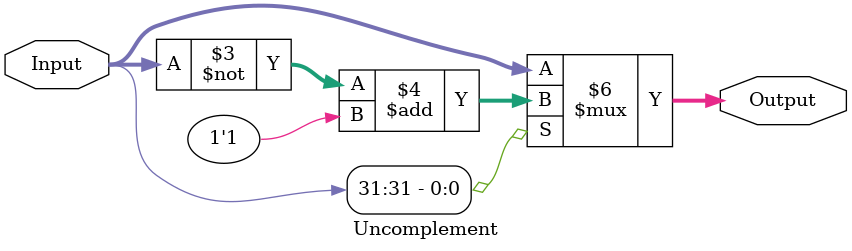
<source format=sv>
module Uncomplement(input logic [31:0] Input, output logic [31:00] Output);
		always_comb begin
				if(Input[31] == 1)
						Output = ~Input + 1'b1;
				else
						Output = Input;
		end
endmodule

</source>
